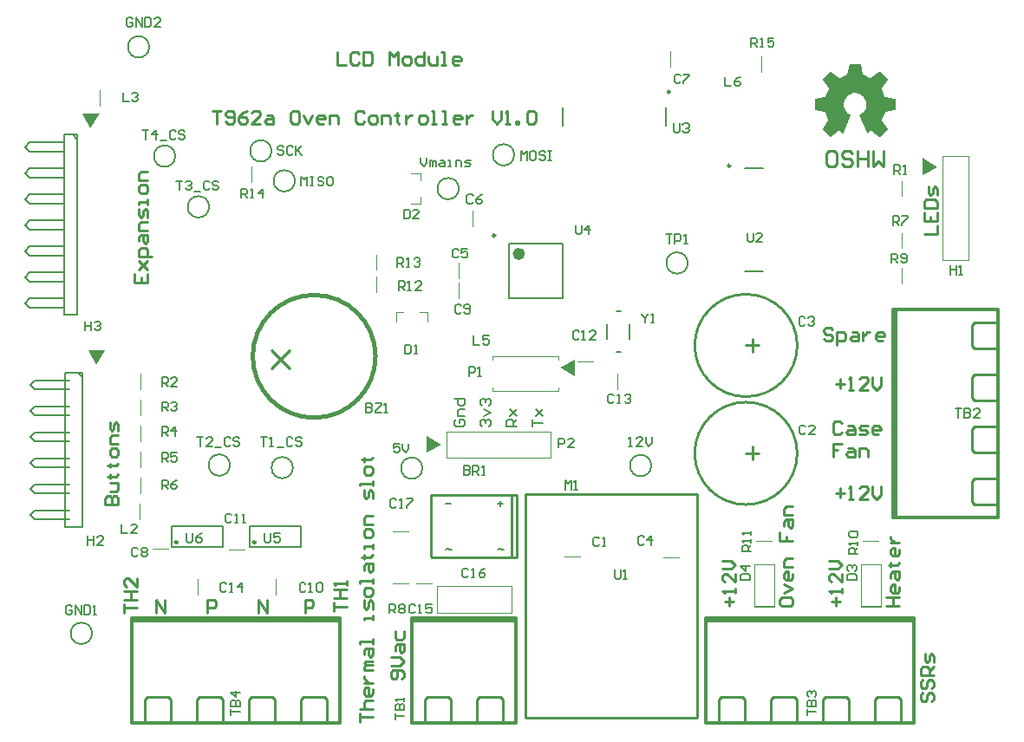
<source format=gto>
G04 Layer_Color=65535*
%FSLAX23Y23*%
%MOIN*%
G70*
G01*
G75*
%ADD27C,0.010*%
%ADD30C,0.024*%
%ADD52C,0.008*%
%ADD53C,0.015*%
%ADD54C,0.010*%
%ADD55C,0.004*%
%ADD56C,0.008*%
%ADD57C,0.005*%
%ADD58C,0.012*%
%ADD59C,0.007*%
G36*
X191Y-37D02*
X137Y-2D01*
X191Y28D01*
Y-37D01*
D02*
G37*
G36*
X-322Y-300D02*
X-377Y-330D01*
Y-265D01*
X-322Y-300D01*
D02*
G37*
G36*
X1291Y1165D02*
X1291Y1164D01*
Y1164D01*
Y1163D01*
X1299Y1124D01*
Y1123D01*
X1299Y1122D01*
X1300Y1122D01*
X1301D01*
X1327Y1111D01*
X1330D01*
X1363Y1134D01*
X1365D01*
X1366Y1133D01*
X1394Y1106D01*
Y1104D01*
Y1104D01*
Y1103D01*
Y1103D01*
X1372Y1070D01*
Y1069D01*
Y1069D01*
Y1068D01*
Y1067D01*
Y1067D01*
X1383Y1039D01*
X1384Y1038D01*
X1385Y1038D01*
X1386D01*
X1423Y1031D01*
X1424D01*
X1425Y1031D01*
Y1030D01*
Y1029D01*
Y989D01*
X1424Y988D01*
X1424Y988D01*
X1423D01*
X1387Y980D01*
X1386D01*
X1385Y979D01*
Y979D01*
Y978D01*
X1372Y949D01*
Y948D01*
Y947D01*
Y947D01*
Y946D01*
X1394Y915D01*
Y914D01*
Y914D01*
Y913D01*
X1366Y885D01*
X1364Y884D01*
X1364D01*
X1363Y885D01*
X1333Y906D01*
X1330D01*
X1317Y898D01*
X1314Y898D01*
X1314Y899D01*
X1287Y966D01*
X1287Y968D01*
X1288Y969D01*
X1291Y971D01*
X1292Y971D01*
X1292D01*
X1293Y972D01*
X1293Y973D01*
X1300Y978D01*
X1304Y983D01*
X1308Y989D01*
X1311Y995D01*
X1312Y1000D01*
X1312Y1004D01*
X1313Y1007D01*
Y1008D01*
X1312Y1015D01*
X1311Y1021D01*
X1309Y1026D01*
X1306Y1031D01*
X1304Y1034D01*
X1302Y1037D01*
X1301Y1039D01*
X1300Y1039D01*
X1295Y1044D01*
X1290Y1047D01*
X1284Y1049D01*
X1280Y1051D01*
X1276Y1052D01*
X1272Y1053D01*
X1269D01*
X1263Y1052D01*
X1257Y1051D01*
X1252Y1048D01*
X1247Y1046D01*
X1244Y1044D01*
X1241Y1042D01*
X1239Y1040D01*
X1239Y1039D01*
X1234Y1034D01*
X1232Y1029D01*
X1229Y1024D01*
X1228Y1019D01*
X1227Y1015D01*
X1226Y1012D01*
Y1009D01*
Y1008D01*
X1227Y1000D01*
X1229Y993D01*
X1232Y987D01*
X1236Y982D01*
X1240Y978D01*
X1243Y975D01*
X1245Y973D01*
X1246Y973D01*
X1247Y972D01*
X1247Y971D01*
X1248Y971D01*
X1252Y969D01*
X1252Y967D01*
Y967D01*
Y966D01*
X1224Y899D01*
X1224Y898D01*
X1223Y898D01*
X1222D01*
X1209Y906D01*
X1206D01*
X1176Y885D01*
X1175Y884D01*
X1174D01*
X1173Y885D01*
X1145Y913D01*
Y913D01*
Y914D01*
Y915D01*
X1167Y946D01*
Y947D01*
Y947D01*
Y948D01*
Y949D01*
X1154Y978D01*
X1154Y979D01*
X1153Y980D01*
X1152D01*
X1116Y988D01*
X1114Y988D01*
X1114Y989D01*
Y989D01*
Y1029D01*
Y1031D01*
X1114Y1031D01*
X1116D01*
X1153Y1038D01*
X1154Y1038D01*
X1155Y1039D01*
Y1039D01*
X1168Y1067D01*
Y1068D01*
Y1068D01*
Y1069D01*
Y1070D01*
X1145Y1103D01*
Y1103D01*
Y1104D01*
Y1105D01*
Y1106D01*
X1173Y1133D01*
X1174Y1134D01*
X1176D01*
X1209Y1111D01*
X1212D01*
X1238Y1122D01*
X1239Y1122D01*
X1240Y1123D01*
Y1123D01*
Y1124D01*
X1248Y1163D01*
Y1164D01*
X1248Y1165D01*
X1289D01*
X1291Y1165D01*
D02*
G37*
G36*
X-1670Y918D02*
X-1700Y973D01*
X-1635D01*
X-1670Y918D01*
D02*
G37*
G36*
X1585Y767D02*
X1530Y738D01*
Y803D01*
X1585Y767D01*
D02*
G37*
G36*
X-1649Y8D02*
X-1679Y63D01*
X-1614D01*
X-1649Y8D01*
D02*
G37*
D27*
X1047Y-333D02*
G03*
X1047Y-333I-197J0D01*
G01*
Y82D02*
G03*
X1047Y82I-197J0D01*
G01*
X3Y-1350D02*
X663D01*
Y-490D01*
X3D02*
X663D01*
X3Y-1350D02*
Y-490D01*
X-974Y62D02*
X-903Y-8D01*
X-974D02*
X-903Y62D01*
X875Y-358D02*
Y-308D01*
X850Y-333D02*
X900D01*
X875Y57D02*
Y107D01*
X850Y82D02*
X900D01*
X-50Y-730D02*
Y-494D01*
X-358Y-492D02*
X-32D01*
X-360Y-730D02*
Y-494D01*
Y-730D02*
X-358Y-732D01*
X-32D01*
X-30Y-730D02*
Y-494D01*
X-32Y-732D02*
X-30Y-730D01*
X-760Y-1369D02*
Y-1280D01*
X-770Y-1270D02*
X-760Y-1280D01*
X-850Y-1270D02*
X-770D01*
X-860Y-1280D02*
X-850Y-1270D01*
X-860Y-1370D02*
Y-1280D01*
X-1060Y-1370D02*
Y-1280D01*
X-1050Y-1270D01*
X-970D01*
X-960Y-1280D01*
Y-1369D02*
Y-1280D01*
X-1360Y-1369D02*
Y-1280D01*
X-1370Y-1270D02*
X-1360Y-1280D01*
X-1450Y-1270D02*
X-1370D01*
X-1460Y-1280D02*
X-1450Y-1270D01*
X-1460Y-1370D02*
Y-1280D01*
X-1260Y-1370D02*
Y-1280D01*
X-1250Y-1270D01*
X-1170D01*
X-1160Y-1280D01*
Y-1369D02*
Y-1280D01*
X1730Y170D02*
X1819D01*
X1720Y160D02*
X1730Y170D01*
X1720Y80D02*
Y160D01*
Y80D02*
X1730Y70D01*
X1820D01*
X1730Y-130D02*
X1820D01*
X1720Y-120D02*
X1730Y-130D01*
X1720Y-120D02*
Y-40D01*
X1730Y-30D01*
X1819D01*
X1730Y-430D02*
X1819D01*
X1720Y-440D02*
X1730Y-430D01*
X1720Y-520D02*
Y-440D01*
Y-520D02*
X1730Y-530D01*
X1820D01*
X1730Y-330D02*
X1820D01*
X1720Y-320D02*
X1730Y-330D01*
X1720Y-320D02*
Y-240D01*
X1730Y-230D01*
X1819D01*
X1045Y-1369D02*
Y-1280D01*
X1035Y-1270D02*
X1045Y-1280D01*
X955Y-1270D02*
X1035D01*
X945Y-1280D02*
X955Y-1270D01*
X945Y-1370D02*
Y-1280D01*
X745Y-1370D02*
Y-1280D01*
X755Y-1270D01*
X835D01*
X845Y-1280D01*
Y-1369D02*
Y-1280D01*
X1245Y-1369D02*
Y-1280D01*
X1235Y-1270D02*
X1245Y-1280D01*
X1155Y-1270D02*
X1235D01*
X1145Y-1280D02*
X1155Y-1270D01*
X1145Y-1370D02*
Y-1280D01*
X1345Y-1370D02*
Y-1280D01*
X1355Y-1270D01*
X1435D01*
X1445Y-1280D01*
Y-1369D02*
Y-1280D01*
X-85Y-1369D02*
Y-1280D01*
X-95Y-1270D02*
X-85Y-1280D01*
X-175Y-1270D02*
X-95D01*
X-185Y-1280D02*
X-175Y-1270D01*
X-185Y-1370D02*
Y-1280D01*
X-385Y-1370D02*
Y-1280D01*
X-375Y-1270D01*
X-295D01*
X-285Y-1280D01*
Y-1369D02*
Y-1280D01*
X-635Y-1365D02*
Y-1332D01*
Y-1348D01*
X-585D01*
X-635Y-1315D02*
X-585D01*
X-610D01*
X-618Y-1307D01*
Y-1290D01*
X-610Y-1282D01*
X-585D01*
Y-1240D02*
Y-1257D01*
X-593Y-1265D01*
X-610D01*
X-618Y-1257D01*
Y-1240D01*
X-610Y-1232D01*
X-602D01*
Y-1265D01*
X-618Y-1215D02*
X-585D01*
X-602D01*
X-610Y-1207D01*
X-618Y-1198D01*
Y-1190D01*
X-585Y-1165D02*
X-618D01*
Y-1157D01*
X-610Y-1148D01*
X-585D01*
X-610D01*
X-618Y-1140D01*
X-610Y-1132D01*
X-585D01*
X-618Y-1107D02*
Y-1090D01*
X-610Y-1082D01*
X-585D01*
Y-1107D01*
X-593Y-1115D01*
X-602Y-1107D01*
Y-1082D01*
X-585Y-1065D02*
Y-1048D01*
Y-1057D01*
X-635D01*
Y-1065D01*
X-585Y-973D02*
Y-957D01*
Y-965D01*
X-618D01*
Y-973D01*
X-585Y-932D02*
Y-907D01*
X-593Y-898D01*
X-602Y-907D01*
Y-923D01*
X-610Y-932D01*
X-618Y-923D01*
Y-898D01*
X-585Y-873D02*
Y-857D01*
X-593Y-849D01*
X-610D01*
X-618Y-857D01*
Y-873D01*
X-610Y-882D01*
X-593D01*
X-585Y-873D01*
Y-832D02*
Y-815D01*
Y-824D01*
X-635D01*
Y-832D01*
X-618Y-782D02*
Y-765D01*
X-610Y-757D01*
X-585D01*
Y-782D01*
X-593Y-790D01*
X-602Y-782D01*
Y-757D01*
X-627Y-732D02*
X-618D01*
Y-740D01*
Y-724D01*
Y-732D01*
X-593D01*
X-585Y-724D01*
Y-699D02*
Y-682D01*
Y-690D01*
X-618D01*
Y-699D01*
X-585Y-649D02*
Y-632D01*
X-593Y-624D01*
X-610D01*
X-618Y-632D01*
Y-649D01*
X-610Y-657D01*
X-593D01*
X-585Y-649D01*
Y-607D02*
X-618D01*
Y-582D01*
X-610Y-574D01*
X-585D01*
Y-507D02*
Y-482D01*
X-593Y-474D01*
X-602Y-482D01*
Y-499D01*
X-610Y-507D01*
X-618Y-499D01*
Y-474D01*
X-585Y-457D02*
Y-440D01*
Y-449D01*
X-635D01*
Y-457D01*
X-585Y-407D02*
Y-390D01*
X-593Y-382D01*
X-610D01*
X-618Y-390D01*
Y-407D01*
X-610Y-415D01*
X-593D01*
X-585Y-407D01*
X-627Y-357D02*
X-618D01*
Y-365D01*
Y-349D01*
Y-357D01*
X-593D01*
X-585Y-349D01*
X1190Y830D02*
X1170D01*
X1160Y820D01*
Y780D01*
X1170Y770D01*
X1190D01*
X1200Y780D01*
Y820D01*
X1190Y830D01*
X1260Y820D02*
X1250Y830D01*
X1230D01*
X1220Y820D01*
Y810D01*
X1230Y800D01*
X1250D01*
X1260Y790D01*
Y780D01*
X1250Y770D01*
X1230D01*
X1220Y780D01*
X1280Y830D02*
Y770D01*
Y800D01*
X1320D01*
Y830D01*
Y770D01*
X1340Y830D02*
Y770D01*
X1360Y790D01*
X1380Y770D01*
Y830D01*
X1529Y-1254D02*
X1521Y-1262D01*
Y-1279D01*
X1529Y-1287D01*
X1538D01*
X1546Y-1279D01*
Y-1262D01*
X1554Y-1254D01*
X1563D01*
X1571Y-1262D01*
Y-1279D01*
X1563Y-1287D01*
X1529Y-1204D02*
X1521Y-1212D01*
Y-1229D01*
X1529Y-1237D01*
X1538D01*
X1546Y-1229D01*
Y-1212D01*
X1554Y-1204D01*
X1563D01*
X1571Y-1212D01*
Y-1229D01*
X1563Y-1237D01*
X1571Y-1187D02*
X1521D01*
Y-1162D01*
X1529Y-1154D01*
X1546D01*
X1554Y-1162D01*
Y-1187D01*
Y-1171D02*
X1571Y-1154D01*
Y-1137D02*
Y-1112D01*
X1563Y-1104D01*
X1554Y-1112D01*
Y-1129D01*
X1546Y-1137D01*
X1538Y-1129D01*
Y-1104D01*
X-720Y1211D02*
Y1161D01*
X-687D01*
X-637Y1203D02*
X-645Y1211D01*
X-662D01*
X-670Y1203D01*
Y1170D01*
X-662Y1161D01*
X-645D01*
X-637Y1170D01*
X-621Y1211D02*
Y1161D01*
X-596D01*
X-587Y1170D01*
Y1203D01*
X-596Y1211D01*
X-621D01*
X-521Y1161D02*
Y1211D01*
X-504Y1195D01*
X-487Y1211D01*
Y1161D01*
X-462D02*
X-446D01*
X-437Y1170D01*
Y1186D01*
X-446Y1195D01*
X-462D01*
X-471Y1186D01*
Y1170D01*
X-462Y1161D01*
X-387Y1211D02*
Y1161D01*
X-412D01*
X-421Y1170D01*
Y1186D01*
X-412Y1195D01*
X-387D01*
X-371D02*
Y1170D01*
X-362Y1161D01*
X-337D01*
Y1195D01*
X-321Y1161D02*
X-304D01*
X-312D01*
Y1211D01*
X-321D01*
X-254Y1161D02*
X-271D01*
X-279Y1170D01*
Y1186D01*
X-271Y1195D01*
X-254D01*
X-246Y1186D01*
Y1178D01*
X-279D01*
X-1500Y358D02*
Y325D01*
X-1450D01*
Y358D01*
X-1475Y325D02*
Y342D01*
X-1483Y375D02*
X-1450Y408D01*
X-1467Y392D01*
X-1483Y408D01*
X-1450Y375D01*
X-1433Y425D02*
X-1483D01*
Y450D01*
X-1475Y458D01*
X-1458D01*
X-1450Y450D01*
Y425D01*
X-1483Y483D02*
Y500D01*
X-1475Y508D01*
X-1450D01*
Y483D01*
X-1458Y475D01*
X-1467Y483D01*
Y508D01*
X-1450Y525D02*
X-1483D01*
Y550D01*
X-1475Y558D01*
X-1450D01*
Y575D02*
Y600D01*
X-1458Y608D01*
X-1467Y600D01*
Y583D01*
X-1475Y575D01*
X-1483Y583D01*
Y608D01*
X-1450Y625D02*
Y642D01*
Y633D01*
X-1483D01*
Y625D01*
X-1450Y675D02*
Y692D01*
X-1458Y700D01*
X-1475D01*
X-1483Y692D01*
Y675D01*
X-1475Y667D01*
X-1458D01*
X-1450Y675D01*
Y717D02*
X-1483D01*
Y742D01*
X-1475Y750D01*
X-1450D01*
X-1540Y-945D02*
Y-912D01*
Y-928D01*
X-1490D01*
X-1540Y-895D02*
X-1490D01*
X-1515D01*
Y-862D01*
X-1540D01*
X-1490D01*
Y-812D02*
Y-845D01*
X-1523Y-812D01*
X-1532D01*
X-1540Y-820D01*
Y-837D01*
X-1532Y-845D01*
X-1613Y-530D02*
X-1563D01*
Y-505D01*
X-1571Y-497D01*
X-1580D01*
X-1588Y-505D01*
Y-530D01*
Y-505D01*
X-1596Y-497D01*
X-1605D01*
X-1613Y-505D01*
Y-530D01*
X-1596Y-480D02*
X-1571D01*
X-1563Y-472D01*
Y-447D01*
X-1596D01*
X-1605Y-422D02*
X-1596D01*
Y-430D01*
Y-413D01*
Y-422D01*
X-1571D01*
X-1563Y-413D01*
X-1605Y-380D02*
X-1596D01*
Y-388D01*
Y-372D01*
Y-380D01*
X-1571D01*
X-1563Y-372D01*
Y-338D02*
Y-322D01*
X-1571Y-313D01*
X-1588D01*
X-1596Y-322D01*
Y-338D01*
X-1588Y-347D01*
X-1571D01*
X-1563Y-338D01*
Y-297D02*
X-1596D01*
Y-272D01*
X-1588Y-263D01*
X-1563D01*
Y-247D02*
Y-222D01*
X-1571Y-213D01*
X-1580Y-222D01*
Y-238D01*
X-1588Y-247D01*
X-1596Y-238D01*
Y-213D01*
X-473Y-1201D02*
X-465Y-1192D01*
Y-1176D01*
X-473Y-1167D01*
X-507D01*
X-515Y-1176D01*
Y-1192D01*
X-507Y-1201D01*
X-498D01*
X-490Y-1192D01*
Y-1167D01*
X-515Y-1151D02*
X-482D01*
X-465Y-1134D01*
X-482Y-1117D01*
X-515D01*
X-498Y-1092D02*
Y-1076D01*
X-490Y-1067D01*
X-465D01*
Y-1092D01*
X-473Y-1101D01*
X-482Y-1092D01*
Y-1067D01*
X-498Y-1018D02*
Y-1043D01*
X-490Y-1051D01*
X-473D01*
X-465Y-1043D01*
Y-1018D01*
X-1417Y-945D02*
Y-895D01*
X-1384Y-945D01*
Y-895D01*
X-1024Y-945D02*
Y-895D01*
X-990Y-945D01*
Y-895D01*
X-1220Y-945D02*
Y-895D01*
X-1195D01*
X-1187Y-903D01*
Y-920D01*
X-1195Y-928D01*
X-1220D01*
X-846Y-945D02*
Y-895D01*
X-821D01*
X-813Y-903D01*
Y-920D01*
X-821Y-928D01*
X-846D01*
X1535Y510D02*
X1585D01*
Y543D01*
X1535Y593D02*
Y560D01*
X1585D01*
Y593D01*
X1560Y560D02*
Y577D01*
X1535Y610D02*
X1585D01*
Y635D01*
X1577Y643D01*
X1543D01*
X1535Y635D01*
Y610D01*
X1585Y660D02*
Y685D01*
X1577Y693D01*
X1568Y685D01*
Y668D01*
X1560Y660D01*
X1552Y668D01*
Y693D01*
X1218Y-218D02*
X1210Y-210D01*
X1193D01*
X1185Y-218D01*
Y-252D01*
X1193Y-260D01*
X1210D01*
X1218Y-252D01*
X1243Y-227D02*
X1260D01*
X1268Y-235D01*
Y-260D01*
X1243D01*
X1235Y-252D01*
X1243Y-243D01*
X1268D01*
X1285Y-260D02*
X1310D01*
X1318Y-252D01*
X1310Y-243D01*
X1293D01*
X1285Y-235D01*
X1293Y-227D01*
X1318D01*
X1360Y-260D02*
X1343D01*
X1335Y-252D01*
Y-235D01*
X1343Y-227D01*
X1360D01*
X1368Y-235D01*
Y-243D01*
X1335D01*
X1195Y-485D02*
X1228D01*
X1212Y-468D02*
Y-502D01*
X1245Y-510D02*
X1262D01*
X1253D01*
Y-460D01*
X1245Y-468D01*
X1320Y-510D02*
X1287D01*
X1320Y-477D01*
Y-468D01*
X1312Y-460D01*
X1295D01*
X1287Y-468D01*
X1337Y-460D02*
Y-493D01*
X1353Y-510D01*
X1370Y-493D01*
Y-460D01*
X785Y-920D02*
Y-887D01*
X768Y-903D02*
X802D01*
X810Y-870D02*
Y-853D01*
Y-862D01*
X760D01*
X768Y-870D01*
X810Y-795D02*
Y-828D01*
X777Y-795D01*
X768D01*
X760Y-803D01*
Y-820D01*
X768Y-828D01*
X760Y-778D02*
X793D01*
X810Y-762D01*
X793Y-745D01*
X760D01*
X980Y-895D02*
Y-912D01*
X988Y-920D01*
X1022D01*
X1030Y-912D01*
Y-895D01*
X1022Y-887D01*
X988D01*
X980Y-895D01*
X997Y-870D02*
X1030Y-853D01*
X997Y-837D01*
X1030Y-795D02*
Y-812D01*
X1022Y-820D01*
X1005D01*
X997Y-812D01*
Y-795D01*
X1005Y-787D01*
X1013D01*
Y-820D01*
X1030Y-770D02*
X997D01*
Y-745D01*
X1005Y-737D01*
X1030D01*
X980Y-637D02*
Y-670D01*
X1005D01*
Y-653D01*
Y-670D01*
X1030D01*
X997Y-612D02*
Y-595D01*
X1005Y-587D01*
X1030D01*
Y-612D01*
X1022Y-620D01*
X1013Y-612D01*
Y-587D01*
X1030Y-570D02*
X997D01*
Y-545D01*
X1005Y-537D01*
X1030D01*
X1195Y-920D02*
Y-887D01*
X1178Y-903D02*
X1212D01*
X1220Y-870D02*
Y-853D01*
Y-862D01*
X1170D01*
X1178Y-870D01*
X1220Y-795D02*
Y-828D01*
X1187Y-795D01*
X1178D01*
X1170Y-803D01*
Y-820D01*
X1178Y-828D01*
X1170Y-778D02*
X1203D01*
X1220Y-762D01*
X1203Y-745D01*
X1170D01*
X1183Y142D02*
X1175Y150D01*
X1158D01*
X1150Y142D01*
Y133D01*
X1158Y125D01*
X1175D01*
X1183Y117D01*
Y108D01*
X1175Y100D01*
X1158D01*
X1150Y108D01*
X1200Y83D02*
Y133D01*
X1225D01*
X1233Y125D01*
Y108D01*
X1225Y100D01*
X1200D01*
X1258Y133D02*
X1275D01*
X1283Y125D01*
Y100D01*
X1258D01*
X1250Y108D01*
X1258Y117D01*
X1283D01*
X1300Y133D02*
Y100D01*
Y117D01*
X1308Y125D01*
X1317Y133D01*
X1325D01*
X1375Y100D02*
X1358D01*
X1350Y108D01*
Y125D01*
X1358Y133D01*
X1375D01*
X1383Y125D01*
Y117D01*
X1350D01*
X1195Y-65D02*
X1228D01*
X1212Y-48D02*
Y-82D01*
X1245Y-90D02*
X1262D01*
X1253D01*
Y-40D01*
X1245Y-48D01*
X1320Y-90D02*
X1287D01*
X1320Y-57D01*
Y-48D01*
X1312Y-40D01*
X1295D01*
X1287Y-48D01*
X1337Y-40D02*
Y-73D01*
X1353Y-90D01*
X1370Y-73D01*
Y-40D01*
X-735Y-940D02*
Y-907D01*
Y-923D01*
X-685D01*
X-735Y-890D02*
X-685D01*
X-710D01*
Y-857D01*
X-735D01*
X-685D01*
Y-840D02*
Y-823D01*
Y-832D01*
X-735D01*
X-727Y-840D01*
X1390Y-920D02*
X1440D01*
X1415D01*
Y-887D01*
X1390D01*
X1440D01*
Y-845D02*
Y-862D01*
X1432Y-870D01*
X1415D01*
X1407Y-862D01*
Y-845D01*
X1415Y-837D01*
X1423D01*
Y-870D01*
X1407Y-812D02*
Y-795D01*
X1415Y-787D01*
X1440D01*
Y-812D01*
X1432Y-820D01*
X1423Y-812D01*
Y-787D01*
X1398Y-762D02*
X1407D01*
Y-770D01*
Y-753D01*
Y-762D01*
X1432D01*
X1440Y-753D01*
Y-703D02*
Y-720D01*
X1432Y-728D01*
X1415D01*
X1407Y-720D01*
Y-703D01*
X1415Y-695D01*
X1423D01*
Y-728D01*
X1407Y-678D02*
X1440D01*
X1423D01*
X1415Y-670D01*
X1407Y-662D01*
Y-653D01*
X1218Y-295D02*
X1185D01*
Y-320D01*
X1202D01*
X1185D01*
Y-345D01*
X1243Y-312D02*
X1260D01*
X1268Y-320D01*
Y-345D01*
X1243D01*
X1235Y-337D01*
X1243Y-328D01*
X1268D01*
X1285Y-345D02*
Y-312D01*
X1310D01*
X1318Y-320D01*
Y-345D01*
X-1200Y985D02*
X-1167D01*
X-1183D01*
Y935D01*
X-1150Y943D02*
X-1142Y935D01*
X-1125D01*
X-1117Y943D01*
Y977D01*
X-1125Y985D01*
X-1142D01*
X-1150Y977D01*
Y968D01*
X-1142Y960D01*
X-1117D01*
X-1067Y985D02*
X-1083Y977D01*
X-1100Y960D01*
Y943D01*
X-1092Y935D01*
X-1075D01*
X-1067Y943D01*
Y952D01*
X-1075Y960D01*
X-1100D01*
X-1017Y935D02*
X-1050D01*
X-1017Y968D01*
Y977D01*
X-1025Y985D01*
X-1042D01*
X-1050Y977D01*
X-992Y968D02*
X-975D01*
X-967Y960D01*
Y935D01*
X-992D01*
X-1000Y943D01*
X-992Y952D01*
X-967D01*
X-875Y985D02*
X-892D01*
X-900Y977D01*
Y943D01*
X-892Y935D01*
X-875D01*
X-867Y943D01*
Y977D01*
X-875Y985D01*
X-850Y968D02*
X-833Y935D01*
X-817Y968D01*
X-775Y935D02*
X-792D01*
X-800Y943D01*
Y960D01*
X-792Y968D01*
X-775D01*
X-767Y960D01*
Y952D01*
X-800D01*
X-750Y935D02*
Y968D01*
X-725D01*
X-717Y960D01*
Y935D01*
X-617Y977D02*
X-625Y985D01*
X-642D01*
X-650Y977D01*
Y943D01*
X-642Y935D01*
X-625D01*
X-617Y943D01*
X-592Y935D02*
X-575D01*
X-567Y943D01*
Y960D01*
X-575Y968D01*
X-592D01*
X-600Y960D01*
Y943D01*
X-592Y935D01*
X-550D02*
Y968D01*
X-525D01*
X-517Y960D01*
Y935D01*
X-492Y977D02*
Y968D01*
X-500D01*
X-484D01*
X-492D01*
Y943D01*
X-484Y935D01*
X-459Y968D02*
Y935D01*
Y952D01*
X-450Y960D01*
X-442Y968D01*
X-434D01*
X-400Y935D02*
X-384D01*
X-375Y943D01*
Y960D01*
X-384Y968D01*
X-400D01*
X-409Y960D01*
Y943D01*
X-400Y935D01*
X-359D02*
X-342D01*
X-350D01*
Y985D01*
X-359D01*
X-317Y935D02*
X-300D01*
X-309D01*
Y985D01*
X-317D01*
X-250Y935D02*
X-267D01*
X-275Y943D01*
Y960D01*
X-267Y968D01*
X-250D01*
X-242Y960D01*
Y952D01*
X-275D01*
X-225Y968D02*
Y935D01*
Y952D01*
X-217Y960D01*
X-209Y968D01*
X-200D01*
X-125Y985D02*
Y952D01*
X-109Y935D01*
X-92Y952D01*
Y985D01*
X-75Y935D02*
X-59D01*
X-67D01*
Y985D01*
X-75Y977D01*
X-34Y935D02*
Y943D01*
X-25D01*
Y935D01*
X-34D01*
X8Y977D02*
X16Y985D01*
X33D01*
X41Y977D01*
Y943D01*
X33Y935D01*
X16D01*
X8Y943D01*
Y977D01*
D30*
X-11Y434D02*
G03*
X-11Y434I-12J0D01*
G01*
D52*
X-41Y815D02*
G03*
X-41Y815I-41J0D01*
G01*
X-884Y715D02*
G03*
X-884Y715I-41J0D01*
G01*
X-974Y830D02*
G03*
X-974Y830I-41J0D01*
G01*
X-254Y685D02*
G03*
X-254Y685I-41J0D01*
G01*
X626Y399D02*
G03*
X626Y399I-41J0D01*
G01*
X-1664Y-1025D02*
G03*
X-1664Y-1025I-41J0D01*
G01*
X-1444Y1230D02*
G03*
X-1444Y1230I-41J0D01*
G01*
X-394Y-390D02*
G03*
X-394Y-390I-41J0D01*
G01*
X486Y-380D02*
G03*
X486Y-380I-41J0D01*
G01*
X-1134Y-378D02*
G03*
X-1134Y-378I-41J0D01*
G01*
X-1344Y810D02*
G03*
X-1344Y810I-41J0D01*
G01*
X-1214Y615D02*
G03*
X-1214Y615I-41J0D01*
G01*
X-892Y-388D02*
G03*
X-892Y-388I-41J0D01*
G01*
X30Y-230D02*
Y-203D01*
Y-217D01*
X70D01*
X43Y-190D02*
X70Y-163D01*
X57Y-177D01*
X43Y-163D01*
X70Y-190D01*
X-30Y-230D02*
X-70D01*
Y-210D01*
X-63Y-203D01*
X-50D01*
X-43Y-210D01*
Y-230D01*
Y-217D02*
X-30Y-203D01*
X-57Y-190D02*
X-30Y-163D01*
X-43Y-177D01*
X-57Y-163D01*
X-30Y-190D01*
X-263Y-203D02*
X-270Y-210D01*
Y-223D01*
X-263Y-230D01*
X-237D01*
X-230Y-223D01*
Y-210D01*
X-237Y-203D01*
X-250D01*
Y-217D01*
X-230Y-190D02*
X-257D01*
Y-170D01*
X-250Y-163D01*
X-230D01*
X-270Y-123D02*
X-230D01*
Y-143D01*
X-237Y-150D01*
X-250D01*
X-257Y-143D01*
Y-123D01*
X-163Y-230D02*
X-170Y-223D01*
Y-210D01*
X-163Y-203D01*
X-157D01*
X-150Y-210D01*
Y-217D01*
Y-210D01*
X-143Y-203D01*
X-137D01*
X-130Y-210D01*
Y-223D01*
X-137Y-230D01*
X-157Y-190D02*
X-130Y-177D01*
X-157Y-163D01*
X-163Y-150D02*
X-170Y-143D01*
Y-130D01*
X-163Y-123D01*
X-157D01*
X-150Y-130D01*
Y-137D01*
Y-130D01*
X-143Y-123D01*
X-137D01*
X-130Y-130D01*
Y-143D01*
X-137Y-150D01*
D53*
X-574Y40D02*
G03*
X-574Y40I-236J0D01*
G01*
D54*
X-1335Y-675D02*
G03*
X-1335Y-675I-5J0D01*
G01*
X-1035D02*
G03*
X-1035Y-675I-5J0D01*
G01*
X-114Y505D02*
G03*
X-114Y505I-5J0D01*
G01*
X790Y773D02*
G03*
X790Y773I-5J0D01*
G01*
X558Y1057D02*
G03*
X558Y1057I-5J0D01*
G01*
D55*
X-1050Y710D02*
Y770D01*
X-338Y-946D02*
Y-844D01*
Y-946D02*
X-52D01*
Y-844D01*
X-338D02*
X-52D01*
X-509Y-634D02*
X-449D01*
X-419Y-834D02*
X-359D01*
X-438Y626D02*
X-400D01*
Y653D01*
Y717D02*
Y744D01*
X-438D02*
X-400D01*
X560Y1155D02*
Y1215D01*
X-125Y-92D02*
Y-79D01*
Y28D02*
Y41D01*
X129Y28D02*
Y41D01*
X-125D02*
X129D01*
X-125Y-92D02*
X129D01*
Y-79D01*
X882Y-920D02*
X958D01*
Y-924D02*
Y-760D01*
X882Y-924D02*
X958D01*
X882D02*
Y-760D01*
X958D01*
X1292D02*
X1368D01*
X1292Y-924D02*
Y-760D01*
Y-924D02*
X1368D01*
Y-760D01*
X1292Y-920D02*
X1368D01*
X355Y-85D02*
Y-25D01*
X1450Y320D02*
Y380D01*
X1300Y-670D02*
X1360D01*
X890D02*
X950D01*
X-256Y340D02*
Y400D01*
X-1635Y1005D02*
Y1065D01*
X-376Y172D02*
Y210D01*
X-403D02*
X-376D01*
X-494D02*
X-467D01*
X-494Y172D02*
Y210D01*
X-256Y265D02*
Y325D01*
X202Y20D02*
X262D01*
X-201Y541D02*
Y600D01*
X-1138Y-703D02*
X-1079D01*
X1450Y456D02*
Y515D01*
X-1480Y-585D02*
Y-525D01*
X-1478Y-85D02*
Y-25D01*
Y-185D02*
Y-125D01*
Y-285D02*
Y-225D01*
Y-385D02*
Y-325D01*
Y-485D02*
Y-425D01*
X-1430Y-700D02*
X-1370D01*
X-959Y-877D02*
Y-818D01*
X-1259Y-877D02*
Y-818D01*
X1450Y656D02*
Y715D01*
X-570Y287D02*
Y346D01*
Y372D02*
Y431D01*
X152Y-730D02*
X211D01*
X532Y-733D02*
X591D01*
X-509Y-834D02*
X-449D01*
X1605Y810D02*
X1705D01*
Y410D02*
Y810D01*
X1605Y410D02*
X1705D01*
X1605D02*
Y810D01*
X910Y1135D02*
Y1195D01*
X-300Y-350D02*
Y-250D01*
X100D01*
Y-350D02*
Y-250D01*
X-300Y-350D02*
X100D01*
D56*
X-1767Y-23D02*
X-1700D01*
X-1767Y-617D02*
Y-23D01*
X-1883Y-53D02*
X-1750D01*
X-1900Y-70D02*
X-1883Y-53D01*
X-1900Y-70D02*
X-1883Y-87D01*
X-1750D01*
X-1883Y-153D02*
X-1750D01*
X-1900Y-170D02*
X-1883Y-153D01*
X-1900Y-170D02*
X-1883Y-187D01*
X-1750D01*
X-1883Y-253D02*
X-1750D01*
X-1900Y-270D02*
X-1883Y-253D01*
X-1900Y-270D02*
X-1883Y-287D01*
X-1750D01*
X-1883Y-353D02*
X-1750D01*
X-1900Y-370D02*
X-1883Y-353D01*
X-1900Y-370D02*
X-1883Y-387D01*
X-1750D01*
X-1883Y-453D02*
X-1750D01*
X-1900Y-470D02*
X-1883Y-453D01*
X-1900Y-470D02*
X-1883Y-487D01*
X-1750D01*
X-1883Y-553D02*
X-1750D01*
X-1900Y-570D02*
X-1883Y-553D01*
X-1900Y-570D02*
X-1883Y-587D01*
X-1750D01*
X-1700Y-95D02*
Y-23D01*
X-1717Y-24D02*
X-1700Y-41D01*
Y-617D02*
Y-95D01*
X-1767Y-617D02*
X-1700D01*
X-1160Y-692D02*
Y-613D01*
X-1357Y-692D02*
Y-613D01*
X-1160D01*
X-1357Y-692D02*
X-1160D01*
X-1057D02*
X-860D01*
X-1057Y-613D02*
X-860D01*
X-1057Y-692D02*
Y-613D01*
X-860Y-692D02*
Y-613D01*
X-62Y265D02*
Y474D01*
X147Y265D02*
Y474D01*
X-62D02*
X147D01*
X-62Y265D02*
X147D01*
X845Y762D02*
X915D01*
X845Y368D02*
X915D01*
X147Y927D02*
Y998D01*
X541Y927D02*
Y998D01*
X-1770Y892D02*
X-1720D01*
X-1770Y199D02*
Y892D01*
Y199D02*
X-1720D01*
X-1903Y862D02*
X-1770D01*
X-1920Y845D02*
X-1903Y862D01*
X-1920Y845D02*
X-1903Y828D01*
X-1770D01*
X-1903Y762D02*
X-1770D01*
X-1920Y745D02*
X-1903Y762D01*
X-1920Y745D02*
X-1903Y728D01*
X-1770D01*
X-1903Y662D02*
X-1770D01*
X-1920Y645D02*
X-1903Y662D01*
X-1920Y645D02*
X-1903Y628D01*
X-1770D01*
X-1903Y562D02*
X-1770D01*
X-1920Y545D02*
X-1903Y562D01*
X-1920Y545D02*
X-1903Y528D01*
X-1770D01*
X-1903Y462D02*
X-1770D01*
X-1920Y445D02*
X-1903Y462D01*
X-1920Y445D02*
X-1903Y428D01*
X-1770D01*
X-1903Y362D02*
X-1770D01*
X-1920Y345D02*
X-1903Y362D01*
X-1920Y345D02*
X-1903Y328D01*
X-1770D01*
X-1903Y262D02*
X-1770D01*
X-1920Y245D02*
X-1903Y262D01*
X-1920Y245D02*
X-1903Y228D01*
X-1770D01*
X-1720Y199D02*
Y892D01*
X-1737D02*
X-1720Y875D01*
D57*
X403Y107D02*
Y163D01*
X352Y214D02*
X368D01*
X352Y56D02*
X368D01*
X317Y107D02*
Y163D01*
X-15Y795D02*
Y830D01*
X-3Y818D01*
X8Y830D01*
Y795D01*
X37Y830D02*
X26D01*
X20Y824D01*
Y801D01*
X26Y795D01*
X37D01*
X43Y801D01*
Y824D01*
X37Y830D01*
X78Y824D02*
X72Y830D01*
X61D01*
X55Y824D01*
Y818D01*
X61Y812D01*
X72D01*
X78Y807D01*
Y801D01*
X72Y795D01*
X61D01*
X55Y801D01*
X90Y830D02*
X102D01*
X96D01*
Y795D01*
X90D01*
X102D01*
X-927Y844D02*
X-933Y850D01*
X-944D01*
X-950Y844D01*
Y838D01*
X-944Y832D01*
X-933D01*
X-927Y827D01*
Y821D01*
X-933Y815D01*
X-944D01*
X-950Y821D01*
X-892Y844D02*
X-898Y850D01*
X-909D01*
X-915Y844D01*
Y821D01*
X-909Y815D01*
X-898D01*
X-892Y821D01*
X-880Y850D02*
Y815D01*
Y827D01*
X-857Y850D01*
X-874Y832D01*
X-857Y815D01*
X-860Y696D02*
Y731D01*
X-848Y719D01*
X-837Y731D01*
Y696D01*
X-825Y731D02*
X-813D01*
X-819D01*
Y696D01*
X-825D01*
X-813D01*
X-773Y725D02*
X-778Y731D01*
X-790D01*
X-796Y725D01*
Y719D01*
X-790Y713D01*
X-778D01*
X-773Y708D01*
Y702D01*
X-778Y696D01*
X-790D01*
X-796Y702D01*
X-743Y731D02*
X-755D01*
X-761Y725D01*
Y702D01*
X-755Y696D01*
X-743D01*
X-738Y702D01*
Y725D01*
X-743Y731D01*
X-1090Y650D02*
Y685D01*
X-1073D01*
X-1067Y679D01*
Y667D01*
X-1073Y662D01*
X-1090D01*
X-1078D02*
X-1067Y650D01*
X-1055D02*
X-1043D01*
X-1049D01*
Y685D01*
X-1055Y679D01*
X-1008Y650D02*
Y685D01*
X-1026Y667D01*
X-1003D01*
X-217Y-781D02*
X-223Y-775D01*
X-234D01*
X-240Y-781D01*
Y-804D01*
X-234Y-810D01*
X-223D01*
X-217Y-804D01*
X-205Y-810D02*
X-193D01*
X-199D01*
Y-775D01*
X-205Y-781D01*
X-153Y-775D02*
X-164Y-781D01*
X-176Y-793D01*
Y-804D01*
X-170Y-810D01*
X-158D01*
X-153Y-804D01*
Y-798D01*
X-158Y-793D01*
X-176D01*
X-494Y-513D02*
X-500Y-507D01*
X-511D01*
X-517Y-513D01*
Y-536D01*
X-511Y-542D01*
X-500D01*
X-494Y-536D01*
X-482Y-542D02*
X-470D01*
X-476D01*
Y-507D01*
X-482Y-513D01*
X-453Y-507D02*
X-430D01*
Y-513D01*
X-453Y-536D01*
Y-542D01*
X-400Y805D02*
Y782D01*
X-388Y770D01*
X-377Y782D01*
Y805D01*
X-365Y770D02*
Y793D01*
X-359D01*
X-353Y787D01*
Y770D01*
Y787D01*
X-348Y793D01*
X-342Y787D01*
Y770D01*
X-324Y793D02*
X-313D01*
X-307Y787D01*
Y770D01*
X-324D01*
X-330Y776D01*
X-324Y782D01*
X-307D01*
X-295Y770D02*
X-283D01*
X-289D01*
Y793D01*
X-295D01*
X-266Y770D02*
Y793D01*
X-248D01*
X-243Y787D01*
Y770D01*
X-231D02*
X-213D01*
X-208Y776D01*
X-213Y782D01*
X-225D01*
X-231Y787D01*
X-225Y793D01*
X-208D01*
X155Y-472D02*
Y-437D01*
X167Y-449D01*
X178Y-437D01*
Y-472D01*
X190D02*
X202D01*
X196D01*
Y-437D01*
X190Y-443D01*
X-421Y-919D02*
X-427Y-913D01*
X-438D01*
X-444Y-919D01*
Y-942D01*
X-438Y-948D01*
X-427D01*
X-421Y-942D01*
X-409Y-948D02*
X-397D01*
X-403D01*
Y-913D01*
X-409Y-919D01*
X-357Y-913D02*
X-380D01*
Y-931D01*
X-368Y-925D01*
X-362D01*
X-357Y-931D01*
Y-942D01*
X-362Y-948D01*
X-374D01*
X-380Y-942D01*
X-465Y605D02*
Y570D01*
X-448D01*
X-442Y576D01*
Y599D01*
X-448Y605D01*
X-465D01*
X-407Y570D02*
X-430D01*
X-407Y593D01*
Y599D01*
X-413Y605D01*
X-424D01*
X-430Y599D01*
X-1507Y1336D02*
X-1513Y1342D01*
X-1524D01*
X-1530Y1336D01*
Y1313D01*
X-1524Y1307D01*
X-1513D01*
X-1507Y1313D01*
Y1324D01*
X-1518D01*
X-1495Y1307D02*
Y1342D01*
X-1472Y1307D01*
Y1342D01*
X-1460D02*
Y1307D01*
X-1443D01*
X-1437Y1313D01*
Y1336D01*
X-1443Y1342D01*
X-1460D01*
X-1402Y1307D02*
X-1425D01*
X-1402Y1330D01*
Y1336D01*
X-1408Y1342D01*
X-1419D01*
X-1425Y1336D01*
X-1741Y-924D02*
X-1747Y-918D01*
X-1758D01*
X-1764Y-924D01*
Y-947D01*
X-1758Y-953D01*
X-1747D01*
X-1741Y-947D01*
Y-936D01*
X-1752D01*
X-1729Y-953D02*
Y-918D01*
X-1706Y-953D01*
Y-918D01*
X-1694D02*
Y-953D01*
X-1677D01*
X-1671Y-947D01*
Y-924D01*
X-1677Y-918D01*
X-1694D01*
X-1659Y-953D02*
X-1647D01*
X-1653D01*
Y-918D01*
X-1659Y-924D01*
X598Y1119D02*
X592Y1125D01*
X581D01*
X575Y1119D01*
Y1096D01*
X581Y1090D01*
X592D01*
X598Y1096D01*
X610Y1125D02*
X633D01*
Y1119D01*
X610Y1096D01*
Y1090D01*
X1079Y-231D02*
X1073Y-225D01*
X1062D01*
X1056Y-231D01*
Y-254D01*
X1062Y-260D01*
X1073D01*
X1079Y-254D01*
X1114Y-260D02*
X1091D01*
X1114Y-237D01*
Y-231D01*
X1108Y-225D01*
X1097D01*
X1091Y-231D01*
X572Y936D02*
Y907D01*
X578Y901D01*
X590D01*
X596Y907D01*
Y936D01*
X607Y930D02*
X613Y936D01*
X625D01*
X631Y930D01*
Y924D01*
X625Y918D01*
X619D01*
X625D01*
X631Y912D01*
Y907D01*
X625Y901D01*
X613D01*
X607Y907D01*
X343Y-111D02*
X337Y-105D01*
X326D01*
X320Y-111D01*
Y-134D01*
X326Y-140D01*
X337D01*
X343Y-134D01*
X355Y-140D02*
X367D01*
X361D01*
Y-105D01*
X355Y-111D01*
X384D02*
X390Y-105D01*
X402D01*
X407Y-111D01*
Y-117D01*
X402Y-123D01*
X396D01*
X402D01*
X407Y-128D01*
Y-134D01*
X402Y-140D01*
X390D01*
X384Y-134D01*
X1410Y400D02*
Y435D01*
X1427D01*
X1433Y429D01*
Y417D01*
X1427Y412D01*
X1410D01*
X1422D02*
X1433Y400D01*
X1445Y406D02*
X1451Y400D01*
X1462D01*
X1468Y406D01*
Y429D01*
X1462Y435D01*
X1451D01*
X1445Y429D01*
Y423D01*
X1451Y417D01*
X1468D01*
X870Y-710D02*
X835D01*
Y-693D01*
X841Y-687D01*
X853D01*
X858Y-693D01*
Y-710D01*
Y-698D02*
X870Y-687D01*
Y-675D02*
Y-663D01*
Y-669D01*
X835D01*
X841Y-675D01*
X870Y-646D02*
Y-634D01*
Y-640D01*
X835D01*
X841Y-646D01*
X1280Y-720D02*
X1245D01*
Y-703D01*
X1251Y-697D01*
X1263D01*
X1268Y-703D01*
Y-720D01*
Y-708D02*
X1280Y-697D01*
Y-685D02*
Y-673D01*
Y-679D01*
X1245D01*
X1251Y-685D01*
Y-656D02*
X1245Y-650D01*
Y-638D01*
X1251Y-633D01*
X1274D01*
X1280Y-638D01*
Y-650D01*
X1274Y-656D01*
X1251D01*
X855Y515D02*
Y486D01*
X861Y480D01*
X872D01*
X878Y486D01*
Y515D01*
X913Y480D02*
X890D01*
X913Y503D01*
Y509D01*
X907Y515D01*
X896D01*
X890Y509D01*
X-498Y-1355D02*
Y-1332D01*
Y-1343D01*
X-463D01*
X-498Y-1320D02*
X-463D01*
Y-1303D01*
X-469Y-1297D01*
X-475D01*
X-480Y-1303D01*
Y-1320D01*
Y-1303D01*
X-486Y-1297D01*
X-492D01*
X-498Y-1303D01*
Y-1320D01*
X-463Y-1285D02*
Y-1273D01*
Y-1279D01*
X-498D01*
X-492Y-1285D01*
X-215Y-35D02*
Y-0D01*
X-198D01*
X-192Y-6D01*
Y-18D01*
X-198Y-23D01*
X-215D01*
X-180Y-35D02*
X-168D01*
X-174D01*
Y-0D01*
X-180Y-6D01*
X1077Y186D02*
X1071Y192D01*
X1060D01*
X1054Y186D01*
Y163D01*
X1060Y157D01*
X1071D01*
X1077Y163D01*
X1089Y186D02*
X1095Y192D01*
X1106D01*
X1112Y186D01*
Y180D01*
X1106Y174D01*
X1101D01*
X1106D01*
X1112Y169D01*
Y163D01*
X1106Y157D01*
X1095D01*
X1089Y163D01*
X-255Y448D02*
X-260Y454D01*
X-272D01*
X-278Y448D01*
Y425D01*
X-272Y419D01*
X-260D01*
X-255Y425D01*
X-220Y454D02*
X-243D01*
Y437D01*
X-231Y443D01*
X-225D01*
X-220Y437D01*
Y425D01*
X-225Y419D01*
X-237D01*
X-243Y425D01*
X1085Y-1340D02*
Y-1317D01*
Y-1328D01*
X1120D01*
X1085Y-1305D02*
X1120D01*
Y-1288D01*
X1114Y-1282D01*
X1108D01*
X1103Y-1288D01*
Y-1305D01*
Y-1288D01*
X1097Y-1282D01*
X1091D01*
X1085Y-1288D01*
Y-1305D01*
X1091Y-1270D02*
X1085Y-1264D01*
Y-1253D01*
X1091Y-1247D01*
X1097D01*
X1103Y-1253D01*
Y-1258D01*
Y-1253D01*
X1108Y-1247D01*
X1114D01*
X1120Y-1253D01*
Y-1264D01*
X1114Y-1270D01*
X-235Y-380D02*
Y-415D01*
X-218D01*
X-212Y-409D01*
Y-403D01*
X-218Y-398D01*
X-235D01*
X-218D01*
X-212Y-392D01*
Y-386D01*
X-218Y-380D01*
X-235D01*
X-200Y-415D02*
Y-380D01*
X-183D01*
X-177Y-386D01*
Y-398D01*
X-183Y-403D01*
X-200D01*
X-188D02*
X-177Y-415D01*
X-165D02*
X-153D01*
X-159D01*
Y-380D01*
X-165Y-386D01*
X-1545Y1055D02*
Y1020D01*
X-1522D01*
X-1510Y1049D02*
X-1504Y1055D01*
X-1493D01*
X-1487Y1049D01*
Y1043D01*
X-1493Y1037D01*
X-1498D01*
X-1493D01*
X-1487Y1032D01*
Y1026D01*
X-1493Y1020D01*
X-1504D01*
X-1510Y1026D01*
X-460Y85D02*
Y50D01*
X-443D01*
X-437Y56D01*
Y79D01*
X-443Y85D01*
X-460D01*
X-425Y50D02*
X-413D01*
X-419D01*
Y85D01*
X-425Y79D01*
X-245Y234D02*
X-251Y240D01*
X-262D01*
X-268Y234D01*
Y211D01*
X-262Y205D01*
X-251D01*
X-245Y211D01*
X-233D02*
X-227Y205D01*
X-216D01*
X-210Y211D01*
Y234D01*
X-216Y240D01*
X-227D01*
X-233Y234D01*
Y228D01*
X-227Y222D01*
X-210D01*
X208Y134D02*
X202Y140D01*
X191D01*
X185Y134D01*
Y111D01*
X191Y105D01*
X202D01*
X208Y111D01*
X220Y105D02*
X232D01*
X226D01*
Y140D01*
X220Y134D01*
X272Y105D02*
X249D01*
X272Y128D01*
Y134D01*
X267Y140D01*
X255D01*
X249Y134D01*
X-199Y657D02*
X-205Y663D01*
X-217D01*
X-223Y657D01*
Y634D01*
X-217Y628D01*
X-205D01*
X-199Y634D01*
X-164Y663D02*
X-176Y657D01*
X-188Y645D01*
Y634D01*
X-182Y628D01*
X-170D01*
X-164Y634D01*
Y640D01*
X-170Y645D01*
X-188D01*
X1655Y-160D02*
X1678D01*
X1667D01*
Y-195D01*
X1690Y-160D02*
Y-195D01*
X1707D01*
X1713Y-189D01*
Y-183D01*
X1707Y-178D01*
X1690D01*
X1707D01*
X1713Y-172D01*
Y-166D01*
X1707Y-160D01*
X1690D01*
X1748Y-195D02*
X1725D01*
X1748Y-172D01*
Y-166D01*
X1742Y-160D01*
X1731D01*
X1725Y-166D01*
X-1127Y-571D02*
X-1133Y-565D01*
X-1144D01*
X-1150Y-571D01*
Y-594D01*
X-1144Y-600D01*
X-1133D01*
X-1127Y-594D01*
X-1115Y-600D02*
X-1103D01*
X-1109D01*
Y-565D01*
X-1115Y-571D01*
X-1086Y-600D02*
X-1074D01*
X-1080D01*
Y-565D01*
X-1086Y-571D01*
X-1300Y-640D02*
Y-669D01*
X-1294Y-675D01*
X-1283D01*
X-1277Y-669D01*
Y-640D01*
X-1242D02*
X-1253Y-646D01*
X-1265Y-658D01*
Y-669D01*
X-1259Y-675D01*
X-1248D01*
X-1242Y-669D01*
Y-663D01*
X-1248Y-658D01*
X-1265D01*
X-1000Y-640D02*
Y-669D01*
X-994Y-675D01*
X-983D01*
X-977Y-669D01*
Y-640D01*
X-942D02*
X-965D01*
Y-658D01*
X-953Y-652D01*
X-948D01*
X-942Y-658D01*
Y-669D01*
X-948Y-675D01*
X-959D01*
X-965Y-669D01*
X195Y545D02*
Y516D01*
X201Y510D01*
X212D01*
X218Y516D01*
Y545D01*
X247Y510D02*
Y545D01*
X230Y527D01*
X253D01*
X1415Y545D02*
Y580D01*
X1432D01*
X1438Y574D01*
Y562D01*
X1432Y557D01*
X1415D01*
X1427D02*
X1438Y545D01*
X1450Y580D02*
X1473D01*
Y574D01*
X1450Y551D01*
Y545D01*
X-1130Y-1340D02*
Y-1317D01*
Y-1328D01*
X-1095D01*
X-1130Y-1305D02*
X-1095D01*
Y-1288D01*
X-1101Y-1282D01*
X-1107D01*
X-1112Y-1288D01*
Y-1305D01*
Y-1288D01*
X-1118Y-1282D01*
X-1124D01*
X-1130Y-1288D01*
Y-1305D01*
X-1095Y-1253D02*
X-1130D01*
X-1112Y-1270D01*
Y-1247D01*
X1635Y390D02*
Y355D01*
Y372D01*
X1658D01*
Y390D01*
Y355D01*
X1670D02*
X1682D01*
X1676D01*
Y390D01*
X1670Y384D01*
X-1680Y-650D02*
Y-685D01*
Y-668D01*
X-1657D01*
Y-650D01*
Y-685D01*
X-1622D02*
X-1645D01*
X-1622Y-662D01*
Y-656D01*
X-1628Y-650D01*
X-1639D01*
X-1645Y-656D01*
X450Y205D02*
Y199D01*
X462Y187D01*
X473Y199D01*
Y205D01*
X462Y187D02*
Y170D01*
X485D02*
X497D01*
X491D01*
Y205D01*
X485Y199D01*
X-1690Y175D02*
Y140D01*
Y157D01*
X-1667D01*
Y175D01*
Y140D01*
X-1655Y169D02*
X-1649Y175D01*
X-1638D01*
X-1632Y169D01*
Y163D01*
X-1638Y157D01*
X-1643D01*
X-1638D01*
X-1632Y152D01*
Y146D01*
X-1638Y140D01*
X-1649D01*
X-1655Y146D01*
X-1550Y-605D02*
Y-640D01*
X-1527D01*
X-1492D02*
X-1515D01*
X-1492Y-617D01*
Y-611D01*
X-1498Y-605D01*
X-1509D01*
X-1515Y-611D01*
X-1395Y-75D02*
Y-40D01*
X-1378D01*
X-1372Y-46D01*
Y-58D01*
X-1378Y-63D01*
X-1395D01*
X-1383D02*
X-1372Y-75D01*
X-1337D02*
X-1360D01*
X-1337Y-52D01*
Y-46D01*
X-1343Y-40D01*
X-1354D01*
X-1360Y-46D01*
X-1395Y-170D02*
Y-135D01*
X-1378D01*
X-1372Y-141D01*
Y-153D01*
X-1378Y-158D01*
X-1395D01*
X-1383D02*
X-1372Y-170D01*
X-1360Y-141D02*
X-1354Y-135D01*
X-1343D01*
X-1337Y-141D01*
Y-147D01*
X-1343Y-153D01*
X-1348D01*
X-1343D01*
X-1337Y-158D01*
Y-164D01*
X-1343Y-170D01*
X-1354D01*
X-1360Y-164D01*
X-1395Y-265D02*
Y-230D01*
X-1378D01*
X-1372Y-236D01*
Y-248D01*
X-1378Y-253D01*
X-1395D01*
X-1383D02*
X-1372Y-265D01*
X-1343D02*
Y-230D01*
X-1360Y-248D01*
X-1337D01*
X-1395Y-365D02*
Y-330D01*
X-1378D01*
X-1372Y-336D01*
Y-348D01*
X-1378Y-353D01*
X-1395D01*
X-1383D02*
X-1372Y-365D01*
X-1337Y-330D02*
X-1360D01*
Y-348D01*
X-1348Y-342D01*
X-1343D01*
X-1337Y-348D01*
Y-359D01*
X-1343Y-365D01*
X-1354D01*
X-1360Y-359D01*
X-1395Y-470D02*
Y-435D01*
X-1378D01*
X-1372Y-441D01*
Y-453D01*
X-1378Y-458D01*
X-1395D01*
X-1383D02*
X-1372Y-470D01*
X-1337Y-435D02*
X-1348Y-441D01*
X-1360Y-453D01*
Y-464D01*
X-1354Y-470D01*
X-1343D01*
X-1337Y-464D01*
Y-458D01*
X-1343Y-453D01*
X-1360D01*
X-1487Y-701D02*
X-1493Y-695D01*
X-1504D01*
X-1510Y-701D01*
Y-724D01*
X-1504Y-730D01*
X-1493D01*
X-1487Y-724D01*
X-1475Y-701D02*
X-1469Y-695D01*
X-1458D01*
X-1452Y-701D01*
Y-707D01*
X-1458Y-713D01*
X-1452Y-718D01*
Y-724D01*
X-1458Y-730D01*
X-1469D01*
X-1475Y-724D01*
Y-718D01*
X-1469Y-713D01*
X-1475Y-707D01*
Y-701D01*
X-1469Y-713D02*
X-1458D01*
X-843Y-837D02*
X-849Y-831D01*
X-860D01*
X-866Y-837D01*
Y-860D01*
X-860Y-866D01*
X-849D01*
X-843Y-860D01*
X-831Y-866D02*
X-819D01*
X-825D01*
Y-831D01*
X-831Y-837D01*
X-802D02*
X-796Y-831D01*
X-785D01*
X-779Y-837D01*
Y-860D01*
X-785Y-866D01*
X-796D01*
X-802Y-860D01*
Y-837D01*
X-1147Y-836D02*
X-1153Y-830D01*
X-1164D01*
X-1170Y-836D01*
Y-859D01*
X-1164Y-865D01*
X-1153D01*
X-1147Y-859D01*
X-1135Y-865D02*
X-1123D01*
X-1129D01*
Y-830D01*
X-1135Y-836D01*
X-1088Y-865D02*
Y-830D01*
X-1106Y-848D01*
X-1083D01*
X1420Y741D02*
Y776D01*
X1437D01*
X1443Y770D01*
Y758D01*
X1437Y752D01*
X1420D01*
X1432D02*
X1443Y741D01*
X1455D02*
X1467D01*
X1461D01*
Y776D01*
X1455Y770D01*
X-485Y295D02*
Y330D01*
X-468D01*
X-462Y324D01*
Y312D01*
X-468Y307D01*
X-485D01*
X-473D02*
X-462Y295D01*
X-450D02*
X-438D01*
X-444D01*
Y330D01*
X-450Y324D01*
X-398Y295D02*
X-421D01*
X-398Y318D01*
Y324D01*
X-403Y330D01*
X-415D01*
X-421Y324D01*
X-490Y385D02*
Y420D01*
X-473D01*
X-467Y414D01*
Y402D01*
X-473Y397D01*
X-490D01*
X-478D02*
X-467Y385D01*
X-455D02*
X-443D01*
X-449D01*
Y420D01*
X-455Y414D01*
X-426D02*
X-420Y420D01*
X-408D01*
X-403Y414D01*
Y408D01*
X-408Y402D01*
X-414D01*
X-408D01*
X-403Y397D01*
Y391D01*
X-408Y385D01*
X-420D01*
X-426Y391D01*
X345Y-780D02*
Y-809D01*
X351Y-815D01*
X362D01*
X368Y-809D01*
Y-780D01*
X380Y-815D02*
X392D01*
X386D01*
Y-780D01*
X380Y-786D01*
X287Y-661D02*
X281Y-655D01*
X269D01*
X263Y-661D01*
Y-684D01*
X269Y-690D01*
X281D01*
X287Y-684D01*
X298Y-690D02*
X310D01*
X304D01*
Y-655D01*
X298Y-661D01*
X458Y-656D02*
X452Y-650D01*
X441D01*
X435Y-656D01*
Y-679D01*
X441Y-685D01*
X452D01*
X458Y-679D01*
X487Y-685D02*
Y-650D01*
X470Y-668D01*
X493D01*
X-610Y-140D02*
Y-175D01*
X-593D01*
X-587Y-169D01*
Y-163D01*
X-593Y-158D01*
X-610D01*
X-593D01*
X-587Y-152D01*
Y-146D01*
X-593Y-140D01*
X-610D01*
X-575D02*
X-552D01*
Y-146D01*
X-575Y-169D01*
Y-175D01*
X-552D01*
X-540D02*
X-528D01*
X-534D01*
Y-140D01*
X-540Y-146D01*
X1240Y-820D02*
X1275D01*
Y-803D01*
X1269Y-797D01*
X1246D01*
X1240Y-803D01*
Y-820D01*
X1246Y-785D02*
X1240Y-779D01*
Y-768D01*
X1246Y-762D01*
X1252D01*
X1258Y-768D01*
Y-773D01*
Y-768D01*
X1263Y-762D01*
X1269D01*
X1275Y-768D01*
Y-779D01*
X1269Y-785D01*
X830Y-820D02*
X865D01*
Y-803D01*
X859Y-797D01*
X836D01*
X830Y-803D01*
Y-820D01*
X865Y-768D02*
X830D01*
X848Y-785D01*
Y-762D01*
X542Y509D02*
X565D01*
X554D01*
Y474D01*
X577D02*
Y509D01*
X595D01*
X600Y503D01*
Y491D01*
X595Y485D01*
X577D01*
X612Y474D02*
X624D01*
X618D01*
Y509D01*
X612Y503D01*
X-520Y-948D02*
Y-913D01*
X-503D01*
X-497Y-919D01*
Y-931D01*
X-503Y-936D01*
X-520D01*
X-508D02*
X-497Y-948D01*
X-485Y-919D02*
X-479Y-913D01*
X-468D01*
X-462Y-919D01*
Y-925D01*
X-468Y-931D01*
X-462Y-936D01*
Y-942D01*
X-468Y-948D01*
X-479D01*
X-485Y-942D01*
Y-936D01*
X-479Y-931D01*
X-485Y-925D01*
Y-919D01*
X-479Y-931D02*
X-468D01*
X-482Y-295D02*
X-505D01*
Y-313D01*
X-493Y-307D01*
X-488D01*
X-482Y-313D01*
Y-324D01*
X-488Y-330D01*
X-499D01*
X-505Y-324D01*
X-470Y-295D02*
Y-318D01*
X-458Y-330D01*
X-447Y-318D01*
Y-295D01*
X400Y-305D02*
X412D01*
X406D01*
Y-270D01*
X400Y-275D01*
X453Y-305D02*
X430D01*
X453Y-281D01*
Y-275D01*
X447Y-270D01*
X435D01*
X430Y-275D01*
X465Y-270D02*
Y-293D01*
X476Y-305D01*
X488Y-293D01*
Y-270D01*
X-197Y120D02*
Y85D01*
X-174D01*
X-139Y120D02*
X-162D01*
Y102D01*
X-150Y108D01*
X-145D01*
X-139Y102D01*
Y91D01*
X-145Y85D01*
X-156D01*
X-162Y91D01*
X-1015Y-270D02*
X-992D01*
X-1003D01*
Y-305D01*
X-980D02*
X-968D01*
X-974D01*
Y-270D01*
X-980Y-276D01*
X-951Y-311D02*
X-928D01*
X-893Y-276D02*
X-898Y-270D01*
X-910D01*
X-916Y-276D01*
Y-299D01*
X-910Y-305D01*
X-898D01*
X-893Y-299D01*
X-858Y-276D02*
X-863Y-270D01*
X-875D01*
X-881Y-276D01*
Y-282D01*
X-875Y-288D01*
X-863D01*
X-858Y-293D01*
Y-299D01*
X-863Y-305D01*
X-875D01*
X-881Y-299D01*
X-1260Y-270D02*
X-1237D01*
X-1248D01*
Y-305D01*
X-1202D02*
X-1225D01*
X-1202Y-282D01*
Y-276D01*
X-1208Y-270D01*
X-1219D01*
X-1225Y-276D01*
X-1190Y-311D02*
X-1167D01*
X-1132Y-276D02*
X-1138Y-270D01*
X-1149D01*
X-1155Y-276D01*
Y-299D01*
X-1149Y-305D01*
X-1138D01*
X-1132Y-299D01*
X-1097Y-276D02*
X-1103Y-270D01*
X-1114D01*
X-1120Y-276D01*
Y-282D01*
X-1114Y-288D01*
X-1103D01*
X-1097Y-293D01*
Y-299D01*
X-1103Y-305D01*
X-1114D01*
X-1120Y-299D01*
X-1340Y715D02*
X-1317D01*
X-1328D01*
Y680D01*
X-1305Y709D02*
X-1299Y715D01*
X-1288D01*
X-1282Y709D01*
Y703D01*
X-1288Y697D01*
X-1293D01*
X-1288D01*
X-1282Y692D01*
Y686D01*
X-1288Y680D01*
X-1299D01*
X-1305Y686D01*
X-1270Y674D02*
X-1247D01*
X-1212Y709D02*
X-1218Y715D01*
X-1229D01*
X-1235Y709D01*
Y686D01*
X-1229Y680D01*
X-1218D01*
X-1212Y686D01*
X-1177Y709D02*
X-1183Y715D01*
X-1194D01*
X-1200Y709D01*
Y703D01*
X-1194Y697D01*
X-1183D01*
X-1177Y692D01*
Y686D01*
X-1183Y680D01*
X-1194D01*
X-1200Y686D01*
X-1470Y910D02*
X-1447D01*
X-1458D01*
Y875D01*
X-1418D02*
Y910D01*
X-1435Y892D01*
X-1412D01*
X-1400Y869D02*
X-1377D01*
X-1342Y904D02*
X-1348Y910D01*
X-1359D01*
X-1365Y904D01*
Y881D01*
X-1359Y875D01*
X-1348D01*
X-1342Y881D01*
X-1307Y904D02*
X-1313Y910D01*
X-1324D01*
X-1330Y904D01*
Y898D01*
X-1324Y892D01*
X-1313D01*
X-1307Y887D01*
Y881D01*
X-1313Y875D01*
X-1324D01*
X-1330Y881D01*
X770Y1115D02*
Y1080D01*
X793D01*
X828Y1115D02*
X817Y1109D01*
X805Y1097D01*
Y1086D01*
X811Y1080D01*
X822D01*
X828Y1086D01*
Y1092D01*
X822Y1097D01*
X805D01*
X870Y1230D02*
Y1265D01*
X887D01*
X893Y1259D01*
Y1247D01*
X887Y1242D01*
X870D01*
X882D02*
X893Y1230D01*
X905D02*
X917D01*
X911D01*
Y1265D01*
X905Y1259D01*
X957Y1265D02*
X934D01*
Y1247D01*
X946Y1253D01*
X952D01*
X957Y1247D01*
Y1236D01*
X952Y1230D01*
X940D01*
X934Y1236D01*
X130Y-310D02*
Y-275D01*
X147D01*
X153Y-281D01*
Y-293D01*
X147Y-298D01*
X130D01*
X188Y-310D02*
X165D01*
X188Y-287D01*
Y-281D01*
X182Y-275D01*
X171D01*
X165Y-281D01*
D58*
X-710Y-1369D02*
Y-967D01*
X-1110Y-1369D02*
X-710D01*
X-1110Y-967D02*
X-710D01*
X-1110Y-977D02*
X-710D01*
X-1510D02*
X-1110D01*
X-1510Y-967D02*
X-1110D01*
X-1510Y-1369D02*
Y-967D01*
Y-1369D02*
X-1110D01*
X1417Y220D02*
X1819D01*
Y-180D02*
Y220D01*
X1417Y-180D02*
Y220D01*
X1427Y-180D02*
Y220D01*
Y-580D02*
Y-180D01*
X1417Y-580D02*
Y-180D01*
Y-580D02*
X1819D01*
Y-180D01*
X695Y-1369D02*
X1095D01*
X695D02*
Y-967D01*
X1095D01*
X695Y-977D02*
X1095D01*
X1495D01*
X1095Y-967D02*
X1495D01*
X1095Y-1369D02*
X1495D01*
Y-967D01*
X-35Y-1369D02*
Y-967D01*
X-435Y-1369D02*
X-35D01*
X-435D02*
Y-967D01*
X-35D01*
X-435Y-977D02*
X-35D01*
D59*
X-305Y-528D02*
X-285D01*
X-105D02*
X-85D01*
X-95Y-518D02*
Y-538D01*
X-104Y-702D02*
X-98Y-700D01*
X-89Y-704D01*
X-82Y-702D01*
X-304Y-702D02*
X-298Y-700D01*
X-289Y-704D01*
X-282Y-702D01*
M02*

</source>
